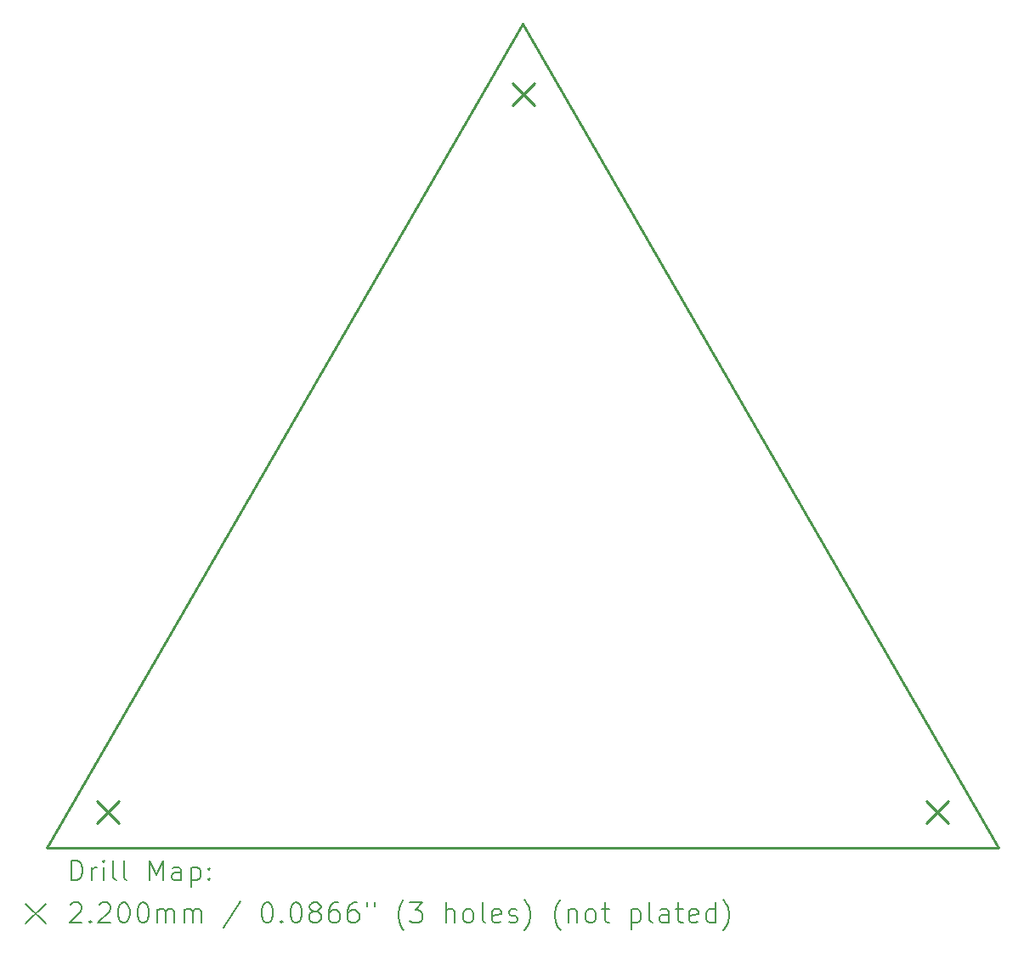
<source format=gbr>
%FSLAX45Y45*%
G04 Gerber Fmt 4.5, Leading zero omitted, Abs format (unit mm)*
G04 Created by KiCad (PCBNEW (6.0.5)) date 2022-11-29 16:27:28*
%MOMM*%
%LPD*%
G01*
G04 APERTURE LIST*
%TA.AperFunction,Profile*%
%ADD10C,0.246758*%
%TD*%
%ADD11C,0.200000*%
%ADD12C,0.220000*%
G04 APERTURE END LIST*
D10*
X12572000Y-12702252D02*
X17313130Y-4490373D01*
X12572000Y-12702252D02*
X12572000Y-12702252D01*
X22054260Y-12702252D02*
X12572000Y-12702252D01*
X17313130Y-4490373D02*
X22054260Y-12702252D01*
X17313130Y-4490373D02*
X17313130Y-4490373D01*
D11*
D12*
X13073000Y-12233200D02*
X13293000Y-12453200D01*
X13293000Y-12233200D02*
X13073000Y-12453200D01*
X17213000Y-5082200D02*
X17433000Y-5302200D01*
X17433000Y-5082200D02*
X17213000Y-5302200D01*
X21332000Y-12236200D02*
X21552000Y-12456200D01*
X21552000Y-12236200D02*
X21332000Y-12456200D01*
D11*
X12817281Y-13025066D02*
X12817281Y-12825066D01*
X12864900Y-12825066D01*
X12893472Y-12834590D01*
X12912519Y-12853638D01*
X12922043Y-12872686D01*
X12931567Y-12910781D01*
X12931567Y-12939352D01*
X12922043Y-12977447D01*
X12912519Y-12996495D01*
X12893472Y-13015543D01*
X12864900Y-13025066D01*
X12817281Y-13025066D01*
X13017281Y-13025066D02*
X13017281Y-12891733D01*
X13017281Y-12929828D02*
X13026805Y-12910781D01*
X13036329Y-12901257D01*
X13055377Y-12891733D01*
X13074424Y-12891733D01*
X13141091Y-13025066D02*
X13141091Y-12891733D01*
X13141091Y-12825066D02*
X13131567Y-12834590D01*
X13141091Y-12844114D01*
X13150615Y-12834590D01*
X13141091Y-12825066D01*
X13141091Y-12844114D01*
X13264900Y-13025066D02*
X13245853Y-13015543D01*
X13236329Y-12996495D01*
X13236329Y-12825066D01*
X13369662Y-13025066D02*
X13350615Y-13015543D01*
X13341091Y-12996495D01*
X13341091Y-12825066D01*
X13598234Y-13025066D02*
X13598234Y-12825066D01*
X13664900Y-12967924D01*
X13731567Y-12825066D01*
X13731567Y-13025066D01*
X13912519Y-13025066D02*
X13912519Y-12920305D01*
X13902996Y-12901257D01*
X13883948Y-12891733D01*
X13845853Y-12891733D01*
X13826805Y-12901257D01*
X13912519Y-13015543D02*
X13893472Y-13025066D01*
X13845853Y-13025066D01*
X13826805Y-13015543D01*
X13817281Y-12996495D01*
X13817281Y-12977447D01*
X13826805Y-12958400D01*
X13845853Y-12948876D01*
X13893472Y-12948876D01*
X13912519Y-12939352D01*
X14007758Y-12891733D02*
X14007758Y-13091733D01*
X14007758Y-12901257D02*
X14026805Y-12891733D01*
X14064900Y-12891733D01*
X14083948Y-12901257D01*
X14093472Y-12910781D01*
X14102996Y-12929828D01*
X14102996Y-12986971D01*
X14093472Y-13006019D01*
X14083948Y-13015543D01*
X14064900Y-13025066D01*
X14026805Y-13025066D01*
X14007758Y-13015543D01*
X14188710Y-13006019D02*
X14198234Y-13015543D01*
X14188710Y-13025066D01*
X14179186Y-13015543D01*
X14188710Y-13006019D01*
X14188710Y-13025066D01*
X14188710Y-12901257D02*
X14198234Y-12910781D01*
X14188710Y-12920305D01*
X14179186Y-12910781D01*
X14188710Y-12901257D01*
X14188710Y-12920305D01*
X12359662Y-13254590D02*
X12559662Y-13454590D01*
X12559662Y-13254590D02*
X12359662Y-13454590D01*
X12807758Y-13264114D02*
X12817281Y-13254590D01*
X12836329Y-13245066D01*
X12883948Y-13245066D01*
X12902996Y-13254590D01*
X12912519Y-13264114D01*
X12922043Y-13283162D01*
X12922043Y-13302209D01*
X12912519Y-13330781D01*
X12798234Y-13445066D01*
X12922043Y-13445066D01*
X13007758Y-13426019D02*
X13017281Y-13435543D01*
X13007758Y-13445066D01*
X12998234Y-13435543D01*
X13007758Y-13426019D01*
X13007758Y-13445066D01*
X13093472Y-13264114D02*
X13102996Y-13254590D01*
X13122043Y-13245066D01*
X13169662Y-13245066D01*
X13188710Y-13254590D01*
X13198234Y-13264114D01*
X13207758Y-13283162D01*
X13207758Y-13302209D01*
X13198234Y-13330781D01*
X13083948Y-13445066D01*
X13207758Y-13445066D01*
X13331567Y-13245066D02*
X13350615Y-13245066D01*
X13369662Y-13254590D01*
X13379186Y-13264114D01*
X13388710Y-13283162D01*
X13398234Y-13321257D01*
X13398234Y-13368876D01*
X13388710Y-13406971D01*
X13379186Y-13426019D01*
X13369662Y-13435543D01*
X13350615Y-13445066D01*
X13331567Y-13445066D01*
X13312519Y-13435543D01*
X13302996Y-13426019D01*
X13293472Y-13406971D01*
X13283948Y-13368876D01*
X13283948Y-13321257D01*
X13293472Y-13283162D01*
X13302996Y-13264114D01*
X13312519Y-13254590D01*
X13331567Y-13245066D01*
X13522043Y-13245066D02*
X13541091Y-13245066D01*
X13560138Y-13254590D01*
X13569662Y-13264114D01*
X13579186Y-13283162D01*
X13588710Y-13321257D01*
X13588710Y-13368876D01*
X13579186Y-13406971D01*
X13569662Y-13426019D01*
X13560138Y-13435543D01*
X13541091Y-13445066D01*
X13522043Y-13445066D01*
X13502996Y-13435543D01*
X13493472Y-13426019D01*
X13483948Y-13406971D01*
X13474424Y-13368876D01*
X13474424Y-13321257D01*
X13483948Y-13283162D01*
X13493472Y-13264114D01*
X13502996Y-13254590D01*
X13522043Y-13245066D01*
X13674424Y-13445066D02*
X13674424Y-13311733D01*
X13674424Y-13330781D02*
X13683948Y-13321257D01*
X13702996Y-13311733D01*
X13731567Y-13311733D01*
X13750615Y-13321257D01*
X13760138Y-13340305D01*
X13760138Y-13445066D01*
X13760138Y-13340305D02*
X13769662Y-13321257D01*
X13788710Y-13311733D01*
X13817281Y-13311733D01*
X13836329Y-13321257D01*
X13845853Y-13340305D01*
X13845853Y-13445066D01*
X13941091Y-13445066D02*
X13941091Y-13311733D01*
X13941091Y-13330781D02*
X13950615Y-13321257D01*
X13969662Y-13311733D01*
X13998234Y-13311733D01*
X14017281Y-13321257D01*
X14026805Y-13340305D01*
X14026805Y-13445066D01*
X14026805Y-13340305D02*
X14036329Y-13321257D01*
X14055377Y-13311733D01*
X14083948Y-13311733D01*
X14102996Y-13321257D01*
X14112519Y-13340305D01*
X14112519Y-13445066D01*
X14502996Y-13235543D02*
X14331567Y-13492686D01*
X14760138Y-13245066D02*
X14779186Y-13245066D01*
X14798234Y-13254590D01*
X14807758Y-13264114D01*
X14817281Y-13283162D01*
X14826805Y-13321257D01*
X14826805Y-13368876D01*
X14817281Y-13406971D01*
X14807758Y-13426019D01*
X14798234Y-13435543D01*
X14779186Y-13445066D01*
X14760138Y-13445066D01*
X14741091Y-13435543D01*
X14731567Y-13426019D01*
X14722043Y-13406971D01*
X14712519Y-13368876D01*
X14712519Y-13321257D01*
X14722043Y-13283162D01*
X14731567Y-13264114D01*
X14741091Y-13254590D01*
X14760138Y-13245066D01*
X14912519Y-13426019D02*
X14922043Y-13435543D01*
X14912519Y-13445066D01*
X14902996Y-13435543D01*
X14912519Y-13426019D01*
X14912519Y-13445066D01*
X15045853Y-13245066D02*
X15064900Y-13245066D01*
X15083948Y-13254590D01*
X15093472Y-13264114D01*
X15102996Y-13283162D01*
X15112519Y-13321257D01*
X15112519Y-13368876D01*
X15102996Y-13406971D01*
X15093472Y-13426019D01*
X15083948Y-13435543D01*
X15064900Y-13445066D01*
X15045853Y-13445066D01*
X15026805Y-13435543D01*
X15017281Y-13426019D01*
X15007758Y-13406971D01*
X14998234Y-13368876D01*
X14998234Y-13321257D01*
X15007758Y-13283162D01*
X15017281Y-13264114D01*
X15026805Y-13254590D01*
X15045853Y-13245066D01*
X15226805Y-13330781D02*
X15207758Y-13321257D01*
X15198234Y-13311733D01*
X15188710Y-13292686D01*
X15188710Y-13283162D01*
X15198234Y-13264114D01*
X15207758Y-13254590D01*
X15226805Y-13245066D01*
X15264900Y-13245066D01*
X15283948Y-13254590D01*
X15293472Y-13264114D01*
X15302996Y-13283162D01*
X15302996Y-13292686D01*
X15293472Y-13311733D01*
X15283948Y-13321257D01*
X15264900Y-13330781D01*
X15226805Y-13330781D01*
X15207758Y-13340305D01*
X15198234Y-13349828D01*
X15188710Y-13368876D01*
X15188710Y-13406971D01*
X15198234Y-13426019D01*
X15207758Y-13435543D01*
X15226805Y-13445066D01*
X15264900Y-13445066D01*
X15283948Y-13435543D01*
X15293472Y-13426019D01*
X15302996Y-13406971D01*
X15302996Y-13368876D01*
X15293472Y-13349828D01*
X15283948Y-13340305D01*
X15264900Y-13330781D01*
X15474424Y-13245066D02*
X15436329Y-13245066D01*
X15417281Y-13254590D01*
X15407758Y-13264114D01*
X15388710Y-13292686D01*
X15379186Y-13330781D01*
X15379186Y-13406971D01*
X15388710Y-13426019D01*
X15398234Y-13435543D01*
X15417281Y-13445066D01*
X15455377Y-13445066D01*
X15474424Y-13435543D01*
X15483948Y-13426019D01*
X15493472Y-13406971D01*
X15493472Y-13359352D01*
X15483948Y-13340305D01*
X15474424Y-13330781D01*
X15455377Y-13321257D01*
X15417281Y-13321257D01*
X15398234Y-13330781D01*
X15388710Y-13340305D01*
X15379186Y-13359352D01*
X15664900Y-13245066D02*
X15626805Y-13245066D01*
X15607758Y-13254590D01*
X15598234Y-13264114D01*
X15579186Y-13292686D01*
X15569662Y-13330781D01*
X15569662Y-13406971D01*
X15579186Y-13426019D01*
X15588710Y-13435543D01*
X15607758Y-13445066D01*
X15645853Y-13445066D01*
X15664900Y-13435543D01*
X15674424Y-13426019D01*
X15683948Y-13406971D01*
X15683948Y-13359352D01*
X15674424Y-13340305D01*
X15664900Y-13330781D01*
X15645853Y-13321257D01*
X15607758Y-13321257D01*
X15588710Y-13330781D01*
X15579186Y-13340305D01*
X15569662Y-13359352D01*
X15760138Y-13245066D02*
X15760138Y-13283162D01*
X15836329Y-13245066D02*
X15836329Y-13283162D01*
X16131567Y-13521257D02*
X16122043Y-13511733D01*
X16102996Y-13483162D01*
X16093472Y-13464114D01*
X16083948Y-13435543D01*
X16074424Y-13387924D01*
X16074424Y-13349828D01*
X16083948Y-13302209D01*
X16093472Y-13273638D01*
X16102996Y-13254590D01*
X16122043Y-13226019D01*
X16131567Y-13216495D01*
X16188710Y-13245066D02*
X16312519Y-13245066D01*
X16245853Y-13321257D01*
X16274424Y-13321257D01*
X16293472Y-13330781D01*
X16302996Y-13340305D01*
X16312519Y-13359352D01*
X16312519Y-13406971D01*
X16302996Y-13426019D01*
X16293472Y-13435543D01*
X16274424Y-13445066D01*
X16217281Y-13445066D01*
X16198234Y-13435543D01*
X16188710Y-13426019D01*
X16550615Y-13445066D02*
X16550615Y-13245066D01*
X16636329Y-13445066D02*
X16636329Y-13340305D01*
X16626805Y-13321257D01*
X16607758Y-13311733D01*
X16579186Y-13311733D01*
X16560138Y-13321257D01*
X16550615Y-13330781D01*
X16760138Y-13445066D02*
X16741091Y-13435543D01*
X16731567Y-13426019D01*
X16722043Y-13406971D01*
X16722043Y-13349828D01*
X16731567Y-13330781D01*
X16741091Y-13321257D01*
X16760138Y-13311733D01*
X16788710Y-13311733D01*
X16807758Y-13321257D01*
X16817281Y-13330781D01*
X16826805Y-13349828D01*
X16826805Y-13406971D01*
X16817281Y-13426019D01*
X16807758Y-13435543D01*
X16788710Y-13445066D01*
X16760138Y-13445066D01*
X16941091Y-13445066D02*
X16922043Y-13435543D01*
X16912520Y-13416495D01*
X16912520Y-13245066D01*
X17093472Y-13435543D02*
X17074424Y-13445066D01*
X17036329Y-13445066D01*
X17017281Y-13435543D01*
X17007758Y-13416495D01*
X17007758Y-13340305D01*
X17017281Y-13321257D01*
X17036329Y-13311733D01*
X17074424Y-13311733D01*
X17093472Y-13321257D01*
X17102996Y-13340305D01*
X17102996Y-13359352D01*
X17007758Y-13378400D01*
X17179186Y-13435543D02*
X17198234Y-13445066D01*
X17236329Y-13445066D01*
X17255377Y-13435543D01*
X17264900Y-13416495D01*
X17264900Y-13406971D01*
X17255377Y-13387924D01*
X17236329Y-13378400D01*
X17207758Y-13378400D01*
X17188710Y-13368876D01*
X17179186Y-13349828D01*
X17179186Y-13340305D01*
X17188710Y-13321257D01*
X17207758Y-13311733D01*
X17236329Y-13311733D01*
X17255377Y-13321257D01*
X17331567Y-13521257D02*
X17341091Y-13511733D01*
X17360139Y-13483162D01*
X17369662Y-13464114D01*
X17379186Y-13435543D01*
X17388710Y-13387924D01*
X17388710Y-13349828D01*
X17379186Y-13302209D01*
X17369662Y-13273638D01*
X17360139Y-13254590D01*
X17341091Y-13226019D01*
X17331567Y-13216495D01*
X17693472Y-13521257D02*
X17683948Y-13511733D01*
X17664900Y-13483162D01*
X17655377Y-13464114D01*
X17645853Y-13435543D01*
X17636329Y-13387924D01*
X17636329Y-13349828D01*
X17645853Y-13302209D01*
X17655377Y-13273638D01*
X17664900Y-13254590D01*
X17683948Y-13226019D01*
X17693472Y-13216495D01*
X17769662Y-13311733D02*
X17769662Y-13445066D01*
X17769662Y-13330781D02*
X17779186Y-13321257D01*
X17798234Y-13311733D01*
X17826805Y-13311733D01*
X17845853Y-13321257D01*
X17855377Y-13340305D01*
X17855377Y-13445066D01*
X17979186Y-13445066D02*
X17960139Y-13435543D01*
X17950615Y-13426019D01*
X17941091Y-13406971D01*
X17941091Y-13349828D01*
X17950615Y-13330781D01*
X17960139Y-13321257D01*
X17979186Y-13311733D01*
X18007758Y-13311733D01*
X18026805Y-13321257D01*
X18036329Y-13330781D01*
X18045853Y-13349828D01*
X18045853Y-13406971D01*
X18036329Y-13426019D01*
X18026805Y-13435543D01*
X18007758Y-13445066D01*
X17979186Y-13445066D01*
X18102996Y-13311733D02*
X18179186Y-13311733D01*
X18131567Y-13245066D02*
X18131567Y-13416495D01*
X18141091Y-13435543D01*
X18160139Y-13445066D01*
X18179186Y-13445066D01*
X18398234Y-13311733D02*
X18398234Y-13511733D01*
X18398234Y-13321257D02*
X18417281Y-13311733D01*
X18455377Y-13311733D01*
X18474424Y-13321257D01*
X18483948Y-13330781D01*
X18493472Y-13349828D01*
X18493472Y-13406971D01*
X18483948Y-13426019D01*
X18474424Y-13435543D01*
X18455377Y-13445066D01*
X18417281Y-13445066D01*
X18398234Y-13435543D01*
X18607758Y-13445066D02*
X18588710Y-13435543D01*
X18579186Y-13416495D01*
X18579186Y-13245066D01*
X18769662Y-13445066D02*
X18769662Y-13340305D01*
X18760139Y-13321257D01*
X18741091Y-13311733D01*
X18702996Y-13311733D01*
X18683948Y-13321257D01*
X18769662Y-13435543D02*
X18750615Y-13445066D01*
X18702996Y-13445066D01*
X18683948Y-13435543D01*
X18674424Y-13416495D01*
X18674424Y-13397447D01*
X18683948Y-13378400D01*
X18702996Y-13368876D01*
X18750615Y-13368876D01*
X18769662Y-13359352D01*
X18836329Y-13311733D02*
X18912520Y-13311733D01*
X18864900Y-13245066D02*
X18864900Y-13416495D01*
X18874424Y-13435543D01*
X18893472Y-13445066D01*
X18912520Y-13445066D01*
X19055377Y-13435543D02*
X19036329Y-13445066D01*
X18998234Y-13445066D01*
X18979186Y-13435543D01*
X18969662Y-13416495D01*
X18969662Y-13340305D01*
X18979186Y-13321257D01*
X18998234Y-13311733D01*
X19036329Y-13311733D01*
X19055377Y-13321257D01*
X19064900Y-13340305D01*
X19064900Y-13359352D01*
X18969662Y-13378400D01*
X19236329Y-13445066D02*
X19236329Y-13245066D01*
X19236329Y-13435543D02*
X19217281Y-13445066D01*
X19179186Y-13445066D01*
X19160139Y-13435543D01*
X19150615Y-13426019D01*
X19141091Y-13406971D01*
X19141091Y-13349828D01*
X19150615Y-13330781D01*
X19160139Y-13321257D01*
X19179186Y-13311733D01*
X19217281Y-13311733D01*
X19236329Y-13321257D01*
X19312520Y-13521257D02*
X19322043Y-13511733D01*
X19341091Y-13483162D01*
X19350615Y-13464114D01*
X19360139Y-13435543D01*
X19369662Y-13387924D01*
X19369662Y-13349828D01*
X19360139Y-13302209D01*
X19350615Y-13273638D01*
X19341091Y-13254590D01*
X19322043Y-13226019D01*
X19312520Y-13216495D01*
M02*

</source>
